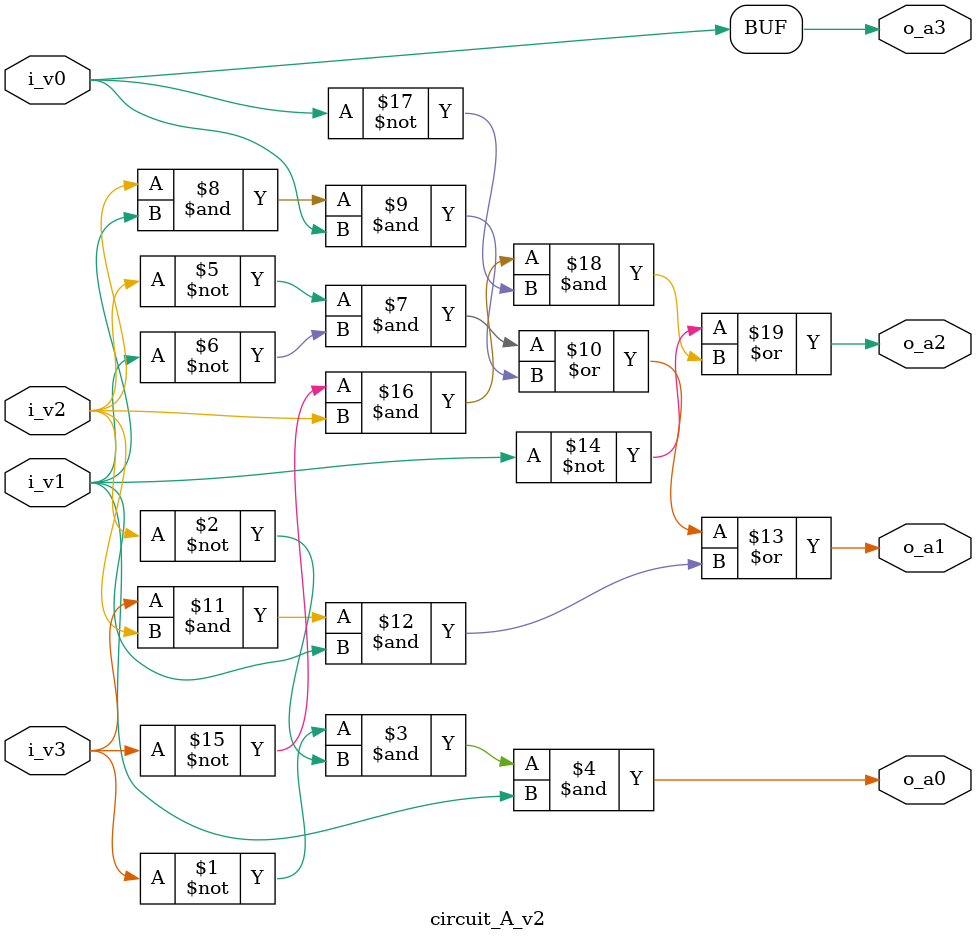
<source format=v>

`default_nettype none

module circuit_A_v2(
	input 	i_v3,
	input 	i_v2,
	input 	i_v1,
	input 	i_v0,
	output 	o_a3,
	output 	o_a2,
	output 	o_a1,
	output 	o_a0
);

	// Combinational Logic only
	assign o_a0 = ~i_v3&~i_v2&i_v1;
	assign o_a1 = ~i_v2&~i_v1|i_v2&i_v1&i_v0|i_v3&i_v2&i_v1;
	assign o_a2 = ~i_v1|~i_v3&i_v2&~i_v0;
	assign o_a3 = i_v0;

endmodule

</source>
